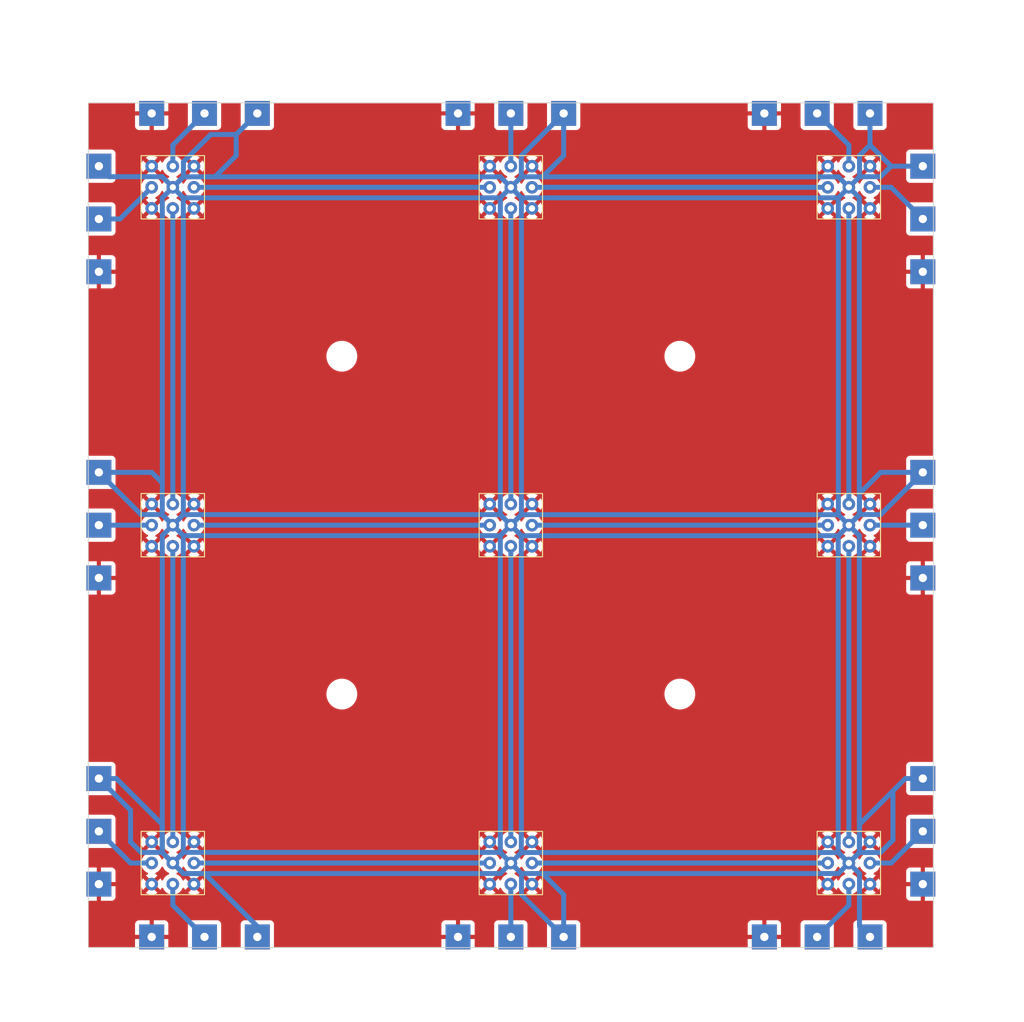
<source format=kicad_pcb>
(kicad_pcb (version 20221018) (generator pcbnew)
  (layers (0 "F.Cu" signal) (31 "B.Cu" signal) (34 "B.Paste" user) (35 "F.Paste" user) (36 "B.SilkS" user "B.Silkscreen") (37 "F.SilkS" user "F.Silkscreen") (38 "B.Mask" user) (39 "F.Mask" user) (44 "Edge.Cuts" user))
  (net 0 "")
  (net 1 "Net-(U3-SIG_E)")
  (net 2 "Net-(U1-SIG_E)")
  (net 3 "Net-(U1-SIG_S)")
  (net 4 "Net-(U6-SIG_E)")
  (net 5 "+3V3")
  (net 6 "GND")
  (net 7 "Net-(U9-SIG_E)")
  (net 8 "Net-(U2-SIG_E)")
  (net 9 "Net-(U2-SIG_S)")
  (net 10 "Net-(U9-SIG_S)")
  (net 11 "Net-(U8-SIG_S)")
  (net 12 "Net-(U3-SIG_S)")
  (net 13 "Net-(U4-SIG_E)")
  (net 14 "Net-(U4-SIG_S)")
  (net 15 "Net-(U7-SIG_S)")
  (net 16 "Net-(U5-SIG_E)")
  (net 17 "Net-(U5-SIG_S)")
  (net 18 "Net-(U7-SIG_W)")
  (net 19 "Net-(U6-SIG_S)")
  (net 20 "Net-(U7-SIG_E)")
  (net 21 "Net-(U4-SIG_W)")
  (net 22 "Net-(U1-SIG_W)")
  (net 23 "Net-(U8-SIG_E)")
  (net 24 "Net-(U1-SIG_N)")
  (net 25 "Net-(U2-SIG_N)")
  (net 26 "Net-(U3-SIG_N)")
  (footprint "connectors:edge_pad" (layer "F.Cu") (at 201.93 144.78)
    (fp_text reference "TP9" hide)
    (fp_text value "TestPoint" hide)
    (pad "1" thru_hole rect (at 0 0) (size 3 3) (drill 1) (layers "*.Cu" "*.Mask") (net 6 "GND"))
  )
  (footprint "connectors:3x3conn" (layer "F.Cu") (at 193.04 142.24)
    (fp_text reference "U9" hide)
    (fp_text value "~" hide)
    (fp_rect (start -3.81 -3.81) (end 3.81 3.81) (stroke (width 0.12)) (fill none) (layer "F.SilkS"))
    (pad "1" thru_hole circle (at 0 -2.54) (size 1.524 1.524) (drill 0.762) (layers "*.Cu" "*.Mask") (net 19 "Net-(U6-SIG_S)"))
    (pad "2" thru_hole circle (at 2.54 0) (size 1.524 1.524) (drill 0.762) (layers "*.Cu" "*.Mask") (net 7 "Net-(U9-SIG_E)"))
    (pad "3" thru_hole circle (at 0 2.54) (size 1.524 1.524) (drill 0.762) (layers "*.Cu" "*.Mask") (net 10 "Net-(U9-SIG_S)"))
    (pad "4" thru_hole circle (at -2.54 0) (size 1.524 1.524) (drill 0.762) (layers "*.Cu" "*.Mask") (net 23 "Net-(U8-SIG_E)"))
    (pad "5" thru_hole circle (at 0 0) (size 1.524 1.524) (drill 0.762) (layers "*.Cu" "*.Mask") (net 5 "+3V3"))
    (pad "6" thru_hole circle (at -2.54 -2.54) (size 1.524 1.524) (drill 0.762) (layers "*.Cu" "*.Mask") (net 6 "GND"))
    (pad "6" thru_hole circle (at -2.54 2.54) (size 1.524 1.524) (drill 0.762) (layers "*.Cu" "*.Mask") (net 6 "GND"))
    (pad "6" thru_hole circle (at 2.54 -2.54) (size 1.524 1.524) (drill 0.762) (layers "*.Cu" "*.Mask") (net 6 "GND"))
    (pad "6" thru_hole circle (at 2.54 2.54) (size 1.524 1.524) (drill 0.762) (layers "*.Cu" "*.Mask") (net 6 "GND"))
  )
  (footprint "connectors:edge_pad" (layer "F.Cu") (at 189.23 52.07)
    (fp_text reference "TP35" hide)
    (fp_text value "TestPoint" hide)
    (pad "1" thru_hole rect (at 0 0) (size 3 3) (drill 1) (layers "*.Cu" "*.Mask") (net 26 "Net-(U3-SIG_N)"))
  )
  (footprint "connectors:edge_pad" (layer "F.Cu") (at 189.23 151.13)
    (fp_text reference "TP11" hide)
    (fp_text value "TestPoint" hide)
    (pad "1" thru_hole rect (at 0 0) (size 3 3) (drill 1) (layers "*.Cu" "*.Mask") (net 10 "Net-(U9-SIG_S)"))
  )
  (footprint "MountingHole:MountingHole_3.2mm_M3" (layer "F.Cu") (at 132.08 121.92)
    (fp_text reference "REF**" hide)
    (fp_text value "MountingHole_3.2mm_M3")
    (pad "" np_thru_hole circle (at 0 0) (size 3.2 3.2) (drill 3.2) (layers "*.Cu" "*.Mask"))
  )
  (footprint "connectors:3x3conn" (layer "F.Cu") (at 152.4 101.6)
    (fp_text reference "U5" hide)
    (fp_text value "~" hide)
    (fp_rect (start -3.81 -3.81) (end 3.81 3.81) (stroke (width 0.12)) (fill none) (layer "F.SilkS"))
    (pad "1" thru_hole circle (at 0 -2.54) (size 1.524 1.524) (drill 0.762) (layers "*.Cu" "*.Mask") (net 9 "Net-(U2-SIG_S)"))
    (pad "2" thru_hole circle (at 2.54 0) (size 1.524 1.524) (drill 0.762) (layers "*.Cu" "*.Mask") (net 16 "Net-(U5-SIG_E)"))
    (pad "3" thru_hole circle (at 0 2.54) (size 1.524 1.524) (drill 0.762) (layers "*.Cu" "*.Mask") (net 17 "Net-(U5-SIG_S)"))
    (pad "4" thru_hole circle (at -2.54 0) (size 1.524 1.524) (drill 0.762) (layers "*.Cu" "*.Mask") (net 13 "Net-(U4-SIG_E)"))
    (pad "5" thru_hole circle (at 0 0) (size 1.524 1.524) (drill 0.762) (layers "*.Cu" "*.Mask") (net 5 "+3V3"))
    (pad "6" thru_hole circle (at -2.54 -2.54) (size 1.524 1.524) (drill 0.762) (layers "*.Cu" "*.Mask") (net 6 "GND"))
    (pad "6" thru_hole circle (at -2.54 2.54) (size 1.524 1.524) (drill 0.762) (layers "*.Cu" "*.Mask") (net 6 "GND"))
    (pad "6" thru_hole circle (at 2.54 -2.54) (size 1.524 1.524) (drill 0.762) (layers "*.Cu" "*.Mask") (net 6 "GND"))
    (pad "6" thru_hole circle (at 2.54 2.54) (size 1.524 1.524) (drill 0.762) (layers "*.Cu" "*.Mask") (net 6 "GND"))
  )
  (footprint "MountingHole:MountingHole_3.2mm_M3" (layer "F.Cu") (at 172.72 121.92)
    (fp_text reference "REF**" hide)
    (fp_text value "MountingHole_3.2mm_M3")
    (pad "" np_thru_hole circle (at 0 0) (size 3.2 3.2) (drill 3.2) (layers "*.Cu" "*.Mask"))
  )
  (footprint "connectors:3x3conn" (layer "F.Cu") (at 111.76 60.96)
    (fp_text reference "U1" hide)
    (fp_text value "~" hide)
    (fp_rect (start -3.81 -3.81) (end 3.81 3.81) (stroke (width 0.12)) (fill none) (layer "F.SilkS"))
    (pad "1" thru_hole circle (at 0 -2.54) (size 1.524 1.524) (drill 0.762) (layers "*.Cu" "*.Mask") (net 24 "Net-(U1-SIG_N)"))
    (pad "2" thru_hole circle (at 2.54 0) (size 1.524 1.524) (drill 0.762) (layers "*.Cu" "*.Mask") (net 2 "Net-(U1-SIG_E)"))
    (pad "3" thru_hole circle (at 0 2.54) (size 1.524 1.524) (drill 0.762) (layers "*.Cu" "*.Mask") (net 3 "Net-(U1-SIG_S)"))
    (pad "4" thru_hole circle (at -2.54 0) (size 1.524 1.524) (drill 0.762) (layers "*.Cu" "*.Mask") (net 22 "Net-(U1-SIG_W)"))
    (pad "5" thru_hole circle (at 0 0) (size 1.524 1.524) (drill 0.762) (layers "*.Cu" "*.Mask") (net 5 "+3V3"))
    (pad "6" thru_hole circle (at -2.54 -2.54) (size 1.524 1.524) (drill 0.762) (layers "*.Cu" "*.Mask") (net 6 "GND"))
    (pad "6" thru_hole circle (at -2.54 2.54) (size 1.524 1.524) (drill 0.762) (layers "*.Cu" "*.Mask") (net 6 "GND"))
    (pad "6" thru_hole circle (at 2.54 -2.54) (size 1.524 1.524) (drill 0.762) (layers "*.Cu" "*.Mask") (net 6 "GND"))
    (pad "6" thru_hole circle (at 2.54 2.54) (size 1.524 1.524) (drill 0.762) (layers "*.Cu" "*.Mask") (net 6 "GND"))
  )
  (footprint "connectors:edge_pad" (layer "F.Cu") (at 201.93 101.6)
    (fp_text reference "TP5" hide)
    (fp_text value "TestPoint" hide)
    (pad "1" thru_hole rect (at 0 0) (size 3 3) (drill 1) (layers "*.Cu" "*.Mask") (net 4 "Net-(U6-SIG_E)"))
  )
  (footprint "connectors:edge_pad" (layer "F.Cu") (at 102.87 71.12)
    (fp_text reference "TP25" hide)
    (fp_text value "TestPoint" hide)
    (pad "1" thru_hole rect (at 0 0) (size 3 3) (drill 1) (layers "*.Cu" "*.Mask") (net 6 "GND"))
  )
  (footprint "connectors:edge_pad" (layer "F.Cu") (at 201.93 95.25)
    (fp_text reference "TP4" hide)
    (fp_text value "TestPoint" hide)
    (pad "1" thru_hole rect (at 0 0) (size 3 3) (drill 1) (layers "*.Cu" "*.Mask") (net 5 "+3V3"))
  )
  (footprint "connectors:3x3conn" (layer "F.Cu") (at 111.76 101.6)
    (fp_text reference "U4" hide)
    (fp_text value "~" hide)
    (fp_rect (start -3.81 -3.81) (end 3.81 3.81) (stroke (width 0.12)) (fill none) (layer "F.SilkS"))
    (pad "1" thru_hole circle (at 0 -2.54) (size 1.524 1.524) (drill 0.762) (layers "*.Cu" "*.Mask") (net 3 "Net-(U1-SIG_S)"))
    (pad "2" thru_hole circle (at 2.54 0) (size 1.524 1.524) (drill 0.762) (layers "*.Cu" "*.Mask") (net 13 "Net-(U4-SIG_E)"))
    (pad "3" thru_hole circle (at 0 2.54) (size 1.524 1.524) (drill 0.762) (layers "*.Cu" "*.Mask") (net 14 "Net-(U4-SIG_S)"))
    (pad "4" thru_hole circle (at -2.54 0) (size 1.524 1.524) (drill 0.762) (layers "*.Cu" "*.Mask") (net 21 "Net-(U4-SIG_W)"))
    (pad "5" thru_hole circle (at 0 0) (size 1.524 1.524) (drill 0.762) (layers "*.Cu" "*.Mask") (net 5 "+3V3"))
    (pad "6" thru_hole circle (at -2.54 -2.54) (size 1.524 1.524) (drill 0.762) (layers "*.Cu" "*.Mask") (net 6 "GND"))
    (pad "6" thru_hole circle (at -2.54 2.54) (size 1.524 1.524) (drill 0.762) (layers "*.Cu" "*.Mask") (net 6 "GND"))
    (pad "6" thru_hole circle (at 2.54 -2.54) (size 1.524 1.524) (drill 0.762) (layers "*.Cu" "*.Mask") (net 6 "GND"))
    (pad "6" thru_hole circle (at 2.54 2.54) (size 1.524 1.524) (drill 0.762) (layers "*.Cu" "*.Mask") (net 6 "GND"))
  )
  (footprint "connectors:edge_pad" (layer "F.Cu") (at 102.87 138.43)
    (fp_text reference "TP20" hide)
    (fp_text value "TestPoint" hide)
    (pad "1" thru_hole rect (at 0 0) (size 3 3) (drill 1) (layers "*.Cu" "*.Mask") (net 18 "Net-(U7-SIG_W)"))
  )
  (footprint "connectors:3x3conn" (layer "F.Cu") (at 152.4 142.24)
    (fp_text reference "U8" hide)
    (fp_text value "~" hide)
    (fp_rect (start -3.81 -3.81) (end 3.81 3.81) (stroke (width 0.12)) (fill none) (layer "F.SilkS"))
    (pad "1" thru_hole circle (at 0 -2.54) (size 1.524 1.524) (drill 0.762) (layers "*.Cu" "*.Mask") (net 17 "Net-(U5-SIG_S)"))
    (pad "2" thru_hole circle (at 2.54 0) (size 1.524 1.524) (drill 0.762) (layers "*.Cu" "*.Mask") (net 23 "Net-(U8-SIG_E)"))
    (pad "3" thru_hole circle (at 0 2.54) (size 1.524 1.524) (drill 0.762) (layers "*.Cu" "*.Mask") (net 11 "Net-(U8-SIG_S)"))
    (pad "4" thru_hole circle (at -2.54 0) (size 1.524 1.524) (drill 0.762) (layers "*.Cu" "*.Mask") (net 20 "Net-(U7-SIG_E)"))
    (pad "5" thru_hole circle (at 0 0) (size 1.524 1.524) (drill 0.762) (layers "*.Cu" "*.Mask") (net 5 "+3V3"))
    (pad "6" thru_hole circle (at -2.54 -2.54) (size 1.524 1.524) (drill 0.762) (layers "*.Cu" "*.Mask") (net 6 "GND"))
    (pad "6" thru_hole circle (at -2.54 2.54) (size 1.524 1.524) (drill 0.762) (layers "*.Cu" "*.Mask") (net 6 "GND"))
    (pad "6" thru_hole circle (at 2.54 -2.54) (size 1.524 1.524) (drill 0.762) (layers "*.Cu" "*.Mask") (net 6 "GND"))
    (pad "6" thru_hole circle (at 2.54 2.54) (size 1.524 1.524) (drill 0.762) (layers "*.Cu" "*.Mask") (net 6 "GND"))
  )
  (footprint "connectors:edge_pad" (layer "F.Cu") (at 102.87 64.77)
    (fp_text reference "TP26" hide)
    (fp_text value "TestPoint" hide)
    (pad "1" thru_hole rect (at 0 0) (size 3 3) (drill 1) (layers "*.Cu" "*.Mask") (net 22 "Net-(U1-SIG_W)"))
  )
  (footprint "connectors:edge_pad" (layer "F.Cu") (at 146.05 52.07)
    (fp_text reference "TP31" hide)
    (fp_text value "TestPoint" hide)
    (pad "1" thru_hole rect (at 0 0) (size 3 3) (drill 1) (layers "*.Cu" "*.Mask") (net 6 "GND"))
  )
  (footprint "MountingHole:MountingHole_3.2mm_M3" (layer "F.Cu") (at 132.08 81.28)
    (fp_text reference "REF**" hide)
    (fp_text value "MountingHole_3.2mm_M3")
    (pad "" np_thru_hole circle (at 0 0) (size 3.2 3.2) (drill 3.2) (layers "*.Cu" "*.Mask"))
  )
  (footprint "connectors:3x3conn" (layer "F.Cu") (at 193.04 60.96)
    (fp_text reference "U3" hide)
    (fp_text value "~" hide)
    (fp_rect (start -3.81 -3.81) (end 3.81 3.81) (stroke (width 0.12)) (fill none) (layer "F.SilkS"))
    (pad "1" thru_hole circle (at 0 -2.54) (size 1.524 1.524) (drill 0.762) (layers "*.Cu" "*.Mask") (net 26 "Net-(U3-SIG_N)"))
    (pad "2" thru_hole circle (at 2.54 0) (size 1.524 1.524) (drill 0.762) (layers "*.Cu" "*.Mask") (net 1 "Net-(U3-SIG_E)"))
    (pad "3" thru_hole circle (at 0 2.54) (size 1.524 1.524) (drill 0.762) (layers "*.Cu" "*.Mask") (net 12 "Net-(U3-SIG_S)"))
    (pad "4" thru_hole circle (at -2.54 0) (size 1.524 1.524) (drill 0.762) (layers "*.Cu" "*.Mask") (net 8 "Net-(U2-SIG_E)"))
    (pad "5" thru_hole circle (at 0 0) (size 1.524 1.524) (drill 0.762) (layers "*.Cu" "*.Mask") (net 5 "+3V3"))
    (pad "6" thru_hole circle (at -2.54 -2.54) (size 1.524 1.524) (drill 0.762) (layers "*.Cu" "*.Mask") (net 6 "GND"))
    (pad "6" thru_hole circle (at -2.54 2.54) (size 1.524 1.524) (drill 0.762) (layers "*.Cu" "*.Mask") (net 6 "GND"))
    (pad "6" thru_hole circle (at 2.54 -2.54) (size 1.524 1.524) (drill 0.762) (layers "*.Cu" "*.Mask") (net 6 "GND"))
    (pad "6" thru_hole circle (at 2.54 2.54) (size 1.524 1.524) (drill 0.762) (layers "*.Cu" "*.Mask") (net 6 "GND"))
  )
  (footprint "connectors:3x3conn" (layer "F.Cu") (at 152.4 60.96)
    (fp_text reference "U2" hide)
    (fp_text value "~" hide)
    (fp_rect (start -3.81 -3.81) (end 3.81 3.81) (stroke (width 0.12)) (fill none) (layer "F.SilkS"))
    (pad "1" thru_hole circle (at 0 -2.54) (size 1.524 1.524) (drill 0.762) (layers "*.Cu" "*.Mask") (net 25 "Net-(U2-SIG_N)"))
    (pad "2" thru_hole circle (at 2.54 0) (size 1.524 1.524) (drill 0.762) (layers "*.Cu" "*.Mask") (net 8 "Net-(U2-SIG_E)"))
    (pad "3" thru_hole circle (at 0 2.54) (size 1.524 1.524) (drill 0.762) (layers "*.Cu" "*.Mask") (net 9 "Net-(U2-SIG_S)"))
    (pad "4" thru_hole circle (at -2.54 0) (size 1.524 1.524) (drill 0.762) (layers "*.Cu" "*.Mask") (net 2 "Net-(U1-SIG_E)"))
    (pad "5" thru_hole circle (at 0 0) (size 1.524 1.524) (drill 0.762) (layers "*.Cu" "*.Mask") (net 5 "+3V3"))
    (pad "6" thru_hole circle (at -2.54 -2.54) (size 1.524 1.524) (drill 0.762) (layers "*.Cu" "*.Mask") (net 6 "GND"))
    (pad "6" thru_hole circle (at -2.54 2.54) (size 1.524 1.524) (drill 0.762) (layers "*.Cu" "*.Mask") (net 6 "GND"))
    (pad "6" thru_hole circle (at 2.54 -2.54) (size 1.524 1.524) (drill 0.762) (layers "*.Cu" "*.Mask") (net 6 "GND"))
    (pad "6" thru_hole circle (at 2.54 2.54) (size 1.524 1.524) (drill 0.762) (layers "*.Cu" "*.Mask") (net 6 "GND"))
  )
  (footprint "connectors:edge_pad" (layer "F.Cu") (at 121.92 151.13)
    (fp_text reference "TP16" hide)
    (fp_text value "TestPoint" hide)
    (pad "1" thru_hole rect (at 0 0) (size 3 3) (drill 1) (layers "*.Cu" "*.Mask") (net 5 "+3V3"))
  )
  (footprint "connectors:edge_pad" (layer "F.Cu") (at 102.87 58.42)
    (fp_text reference "TP27" hide)
    (fp_text value "TestPoint" hide)
    (pad "1" thru_hole rect (at 0 0) (size 3 3) (drill 1) (layers "*.Cu" "*.Mask") (net 5 "+3V3"))
  )
  (footprint "connectors:edge_pad" (layer "F.Cu") (at 115.57 151.13)
    (fp_text reference "TP17" hide)
    (fp_text value "TestPoint" hide)
    (pad "1" thru_hole rect (at 0 0) (size 3 3) (drill 1) (layers "*.Cu" "*.Mask") (net 15 "Net-(U7-SIG_S)"))
  )
  (footprint "connectors:edge_pad" (layer "F.Cu") (at 201.93 138.43)
    (fp_text reference "TP8" hide)
    (fp_text value "TestPoint" hide)
    (pad "1" thru_hole rect (at 0 0) (size 3 3) (drill 1) (layers "*.Cu" "*.Mask") (net 7 "Net-(U9-SIG_E)"))
  )
  (footprint "connectors:edge_pad" (layer "F.Cu") (at 201.93 132.08)
    (fp_text reference "TP7" hide)
    (fp_text value "TestPoint" hide)
    (pad "1" thru_hole rect (at 0 0) (size 3 3) (drill 1) (layers "*.Cu" "*.Mask") (net 5 "+3V3"))
  )
  (footprint "connectors:edge_pad" (layer "F.Cu") (at 102.87 144.78)
    (fp_text reference "TP19" hide)
    (fp_text value "TestPoint" hide)
    (pad "1" thru_hole rect (at 0 0) (size 3 3) (drill 1) (layers "*.Cu" "*.Mask") (net 6 "GND"))
  )
  (footprint "connectors:edge_pad" (layer "F.Cu") (at 109.22 151.13)
    (fp_text reference "TP18" hide)
    (fp_text value "TestPoint" hide)
    (pad "1" thru_hole rect (at 0 0) (size 3 3) (drill 1) (layers "*.Cu" "*.Mask") (net 6 "GND"))
  )
  (footprint "connectors:edge_pad" (layer "F.Cu") (at 182.88 52.07)
    (fp_text reference "TP34" hide)
    (fp_text value "TestPoint" hide)
    (pad "1" thru_hole rect (at 0 0) (size 3 3) (drill 1) (layers "*.Cu" "*.Mask") (net 6 "GND"))
  )
  (footprint "connectors:edge_pad" (layer "F.Cu") (at 201.93 107.95)
    (fp_text reference "TP6" hide)
    (fp_text value "TestPoint" hide)
    (pad "1" thru_hole rect (at 0 0) (size 3 3) (drill 1) (layers "*.Cu" "*.Mask") (net 6 "GND"))
  )
  (footprint "connectors:edge_pad" (layer "F.Cu") (at 182.88 151.13)
    (fp_text reference "TP12" hide)
    (fp_text value "TestPoint" hide)
    (pad "1" thru_hole rect (at 0 0) (size 3 3) (drill 1) (layers "*.Cu" "*.Mask") (net 6 "GND"))
  )
  (footprint "MountingHole:MountingHole_3.2mm_M3" (layer "F.Cu") (at 172.72 81.28)
    (fp_text reference "REF**" hide)
    (fp_text value "MountingHole_3.2mm_M3")
    (pad "" np_thru_hole circle (at 0 0) (size 3.2 3.2) (drill 3.2) (layers "*.Cu" "*.Mask"))
  )
  (footprint "connectors:edge_pad" (layer "F.Cu") (at 201.93 64.77)
    (fp_text reference "TP2" hide)
    (fp_text value "TestPoint" hide)
    (pad "1" thru_hole rect (at 0 0) (size 3 3) (drill 1) (layers "*.Cu" "*.Mask") (net 1 "Net-(U3-SIG_E)"))
  )
  (footprint "connectors:edge_pad" (layer "F.Cu") (at 146.05 151.13)
    (fp_text reference "TP15" hide)
    (fp_text value "TestPoint" hide)
    (pad "1" thru_hole rect (at 0 0) (size 3 3) (drill 1) (layers "*.Cu" "*.Mask") (net 6 "GND"))
  )
  (footprint "connectors:edge_pad" (layer "F.Cu") (at 152.4 52.07)
    (fp_text reference "TP32" hide)
    (fp_text value "TestPoint" hide)
    (pad "1" thru_hole rect (at 0 0) (size 3 3) (drill 1) (layers "*.Cu" "*.Mask") (net 25 "Net-(U2-SIG_N)"))
  )
  (footprint "connectors:edge_pad" (layer "F.Cu") (at 121.92 52.07)
    (fp_text reference "TP30" hide)
    (fp_text value "TestPoint" hide)
    (pad "1" thru_hole rect (at 0 0) (size 3 3) (drill 1) (layers "*.Cu" "*.Mask") (net 5 "+3V3"))
  )
  (footprint "connectors:edge_pad" (layer "F.Cu") (at 195.58 151.13)
    (fp_text reference "TP10" hide)
    (fp_text value "TestPoint" hide)
    (pad "1" thru_hole rect (at 0 0) (size 3 3) (drill 1) (layers "*.Cu" "*.Mask") (net 5 "+3V3"))
  )
  (footprint "connectors:3x3conn" (layer "F.Cu") (at 111.76 142.24)
    (fp_text reference "U7" hide)
    (fp_text value "~" hide)
    (fp_rect (start -3.81 -3.81) (end 3.81 3.81) (stroke (width 0.12)) (fill none) (layer "F.SilkS"))
    (pad "1" thru_hole circle (at 0 -2.54) (size 1.524 1.524) (drill 0.762) (layers "*.Cu" "*.Mask") (net 14 "Net-(U4-SIG_S)"))
    (pad "2" thru_hole circle (at 2.54 0) (size 1.524 1.524) (drill 0.762) (layers "*.Cu" "*.Mask") (net 20 "Net-(U7-SIG_E)"))
    (pad "3" thru_hole circle (at 0 2.54) (size 1.524 1.524) (drill 0.762) (layers "*.Cu" "*.Mask") (net 15 "Net-(U7-SIG_S)"))
    (pad "4" thru_hole circle (at -2.54 0) (size 1.524 1.524) (drill 0.762) (layers "*.Cu" "*.Mask") (net 18 "Net-(U7-SIG_W)"))
    (pad "5" thru_hole circle (at 0 0) (size 1.524 1.524) (drill 0.762) (layers "*.Cu" "*.Mask") (net 5 "+3V3"))
    (pad "6" thru_hole circle (at -2.54 -2.54) (size 1.524 1.524) (drill 0.762) (layers "*.Cu" "*.Mask") (net 6 "GND"))
    (pad "6" thru_hole circle (at -2.54 2.54) (size 1.524 1.524) (drill 0.762) (layers "*.Cu" "*.Mask") (net 6 "GND"))
    (pad "6" thru_hole circle (at 2.54 -2.54) (size 1.524 1.524) (drill 0.762) (layers "*.Cu" "*.Mask") (net 6 "GND"))
    (pad "6" thru_hole circle (at 2.54 2.54) (size 1.524 1.524) (drill 0.762) (layers "*.Cu" "*.Mask") (net 6 "GND"))
  )
  (footprint "connectors:edge_pad" (layer "F.Cu") (at 115.57 52.07)
    (fp_text reference "TP29" hide)
    (fp_text value "TestPoint" hide)
    (pad "1" thru_hole rect (at 0 0) (size 3 3) (drill 1) (layers "*.Cu" "*.Mask") (net 24 "Net-(U1-SIG_N)"))
  )
  (footprint "connectors:3x3conn" (layer "F.Cu") (at 193.04 101.6)
    (fp_text reference "U6" hide)
    (fp_text value "~" hide)
    (fp_rect (start -3.81 -3.81) (end 3.81 3.81) (stroke (width 0.12)) (fill none) (layer "F.SilkS"))
    (pad "1" thru_hole circle (at 0 -2.54) (size 1.524 1.524) (drill 0.762) (layers "*.Cu" "*.Mask") (net 12 "Net-(U3-SIG_S)"))
    (pad "2" thru_hole circle (at 2.54 0) (size 1.524 1.524) (drill 0.762) (layers "*.Cu" "*.Mask") (net 4 "Net-(U6-SIG_E)"))
    (pad "3" thru_hole circle (at 0 2.54) (size 1.524 1.524) (drill 0.762) (layers "*.Cu" "*.Mask") (net 19 "Net-(U6-SIG_S)"))
    (pad "4" thru_hole circle (at -2.54 0) (size 1.524 1.524) (drill 0.762) (layers "*.Cu" "*.Mask") (net 16 "Net-(U5-SIG_E)"))
    (pad "5" thru_hole circle (at 0 0) (size 1.524 1.524) (drill 0.762) (layers "*.Cu" "*.Mask") (net 5 "+3V3"))
    (pad "6" thru_hole circle (at -2.54 -2.54) (size 1.524 1.524) (drill 0.762) (layers "*.Cu" "*.Mask") (net 6 "GND"))
    (pad "6" thru_hole circle (at -2.54 2.54) (size 1.524 1.524) (drill 0.762) (layers "*.Cu" "*.Mask") (net 6 "GND"))
    (pad "6" thru_hole circle (at 2.54 -2.54) (size 1.524 1.524) (drill 0.762) (layers "*.Cu" "*.Mask") (net 6 "GND"))
    (pad "6" thru_hole circle (at 2.54 2.54) (size 1.524 1.524) (drill 0.762) (layers "*.Cu" "*.Mask") (net 6 "GND"))
  )
  (footprint "connectors:edge_pad" (layer "F.Cu") (at 195.58 52.07)
    (fp_text reference "TP36" hide)
    (fp_text value "TestPoint" hide)
    (pad "1" thru_hole rect (at 0 0) (size 3 3) (drill 1) (layers "*.Cu" "*.Mask") (net 5 "+3V3"))
  )
  (footprint "connectors:edge_pad" (layer "F.Cu") (at 109.22 52.07)
    (fp_text reference "TP28" hide)
    (fp_text value "TestPoint" hide)
    (pad "1" thru_hole rect (at 0 0) (size 3 3) (drill 1) (layers "*.Cu" "*.Mask") (net 6 "GND"))
  )
  (footprint "connectors:edge_pad" (layer "F.Cu") (at 152.4 151.13)
    (fp_text reference "TP14" hide)
    (fp_text value "TestPoint" hide)
    (pad "1" thru_hole rect (at 0 0) (size 3 3) (drill 1) (layers "*.Cu" "*.Mask") (net 11 "Net-(U8-SIG_S)"))
  )
  (footprint "connectors:edge_pad" (layer "F.Cu") (at 201.93 58.42)
    (fp_text reference "TP1" hide)
    (fp_text value "TestPoint" hide)
    (pad "1" thru_hole rect (at 0 0) (size 3 3) (drill 1) (layers "*.Cu" "*.Mask") (net 5 "+3V3"))
  )
  (footprint "connectors:edge_pad" (layer "F.Cu") (at 102.87 107.95)
    (fp_text reference "TP22" hide)
    (fp_text value "TestPoint" hide)
    (pad "1" thru_hole rect (at 0 0) (size 3 3) (drill 1) (layers "*.Cu" "*.Mask") (net 6 "GND"))
  )
  (footprint "connectors:edge_pad" (layer "F.Cu") (at 158.75 52.07)
    (fp_text reference "TP33" hide)
    (fp_text value "TestPoint" hide)
    (pad "1" thru_hole rect (at 0 0) (size 3 3) (drill 1) (layers "*.Cu" "*.Mask") (net 5 "+3V3"))
  )
  (footprint "connectors:edge_pad" (layer "F.Cu") (at 102.87 95.25)
    (fp_text reference "TP24" hide)
    (fp_text value "TestPoint" hide)
    (pad "1" thru_hole rect (at 0 0) (size 3 3) (drill 1) (layers "*.Cu" "*.Mask") (net 5 "+3V3"))
  )
  (footprint "connectors:edge_pad" (layer "F.Cu") (at 158.75 151.13)
    (fp_text reference "TP13" hide)
    (fp_text value "TestPoint" hide)
    (pad "1" thru_hole rect (at 0 0) (size 3 3) (drill 1) (layers "*.Cu" "*.Mask") (net 5 "+3V3"))
  )
  (footprint "connectors:edge_pad" (layer "F.Cu") (at 102.87 101.6)
    (fp_text reference "TP23" hide)
    (fp_text value "TestPoint" hide)
    (pad "1" thru_hole rect (at 0 0) (size 3 3) (drill 1) (layers "*.Cu" "*.Mask") (net 21 "Net-(U4-SIG_W)"))
  )
  (footprint "connectors:edge_pad" (layer "F.Cu") (at 102.87 132.08)
    (fp_text reference "TP21" hide)
    (fp_text value "TestPoint" hide)
    (pad "1" thru_hole rect (at 0 0) (size 3 3) (drill 1) (layers "*.Cu" "*.Mask") (net 5 "+3V3"))
  )
  (footprint "connectors:edge_pad" (layer "F.Cu") (at 201.93 71.12)
    (fp_text reference "TP3" hide)
    (fp_text value "TestPoint" hide)
    (pad "1" thru_hole rect (at 0 0) (size 3 3) (drill 1) (layers "*.Cu" "*.Mask") (net 6 "GND"))
  )
  (gr_rect (start 101.6 50.8) (end 203.2 152.4) (stroke (width 0.1)) (fill none) (layer "Edge.Cuts"))
  (segment (start 195.58 60.96) (end 198.12 60.96) (width 0.6) (layer "B.Cu") (net 1))
  (segment (start 198.12 60.96) (end 201.93 64.77) (width 0.6) (layer "B.Cu") (net 1))
  (segment (start 114.3 60.96) (end 149.86 60.96) (width 0.6) (layer "B.Cu") (net 2))
  (segment (start 111.76 99.06) (end 111.76 63.5) (width 0.6) (layer "B.Cu") (net 3))
  (segment (start 195.58 101.6) (end 201.93 101.6) (width 0.6) (layer "B.Cu") (net 4))
  (segment (start 113.022 143.502) (end 151.138 143.502) (width 0.6) (layer "B.Cu") (net 5))
  (segment (start 193.04 60.96) (end 191.778 62.222) (width 0.6) (layer "B.Cu") (net 5))
  (segment (start 191.778 59.698) (end 193.04 60.96) (width 0.6) (layer "B.Cu") (net 5))
  (segment (start 196.842 140.978) (end 198.34 139.48) (width 0.6) (layer "B.Cu") (net 5))
  (segment (start 191.762 102.878) (end 193.04 101.6) (width 0.6) (layer "B.Cu") (net 5))
  (segment (start 110.482 137.592) (end 104.97 132.08) (width 0.6) (layer "B.Cu") (net 5))
  (segment (start 191.762 140.962) (end 191.762 102.878) (width 0.6) (layer "B.Cu") (net 5))
  (segment (start 194.318 149.868) (end 195.58 151.13) (width 0.6) (layer "B.Cu") (net 5))
  (segment (start 113.022 140.978) (end 113.022 102.862) (width 0.6) (layer "B.Cu") (net 5))
  (segment (start 113.022 62.222) (end 113.022 100.338) (width 0.6) (layer "B.Cu") (net 5))
  (segment (start 111.76 142.24) (end 113.022 140.978) (width 0.6) (layer "B.Cu") (net 5))
  (segment (start 151.138 102.862) (end 113.022 102.862) (width 0.6) (layer "B.Cu") (net 5))
  (segment (start 195.58 55.88) (end 195.58 52.07) (width 0.6) (layer "B.Cu") (net 5))
  (segment (start 152.4 60.96) (end 153.67 62.23) (width 0.6) (layer "B.Cu") (net 5))
  (segment (start 194.318 59.682) (end 194.318 57.142) (width 0.6) (layer "B.Cu") (net 5))
  (segment (start 158.75 52.07) (end 158.75 57.158) (width 0.6) (layer "B.Cu") (net 5))
  (segment (start 196.858 59.682) (end 198.12 58.42) (width 0.6) (layer "B.Cu") (net 5))
  (segment (start 152.4 60.96) (end 153.662 59.698) (width 0.6) (layer "B.Cu") (net 5))
  (segment (start 111.76 101.6) (end 110.498 100.338) (width 0.6) (layer "B.Cu") (net 5))
  (segment (start 110.482 100.322) (end 107.942 100.322) (width 0.6) (layer "B.Cu") (net 5))
  (segment (start 115.578 143.518) (end 121.92 149.86) (width 0.6) (layer "B.Cu") (net 5))
  (segment (start 111.76 142.24) (end 113.038 143.518) (width 0.6) (layer "B.Cu") (net 5))
  (segment (start 104.132 59.682) (end 102.87 58.42) (width 0.6) (layer "B.Cu") (net 5))
  (segment (start 199.83 132.08) (end 201.93 132.08) (width 0.6) (layer "B.Cu") (net 5))
  (segment (start 193.04 101.6) (end 194.302 100.338) (width 0.6) (layer "B.Cu") (net 5))
  (segment (start 110.498 100.338) (end 110.498 96.52) (width 0.6) (layer "B.Cu") (net 5))
  (segment (start 158.75 146.042) (end 156.21 143.502) (width 0.6) (layer "B.Cu") (net 5))
  (segment (start 194.302 62.222) (end 193.04 60.96) (width 0.6) (layer "B.Cu") (net 5))
  (segment (start 111.76 60.96) (end 113.022 59.698) (width 0.6) (layer "B.Cu") (net 5))
  (segment (start 193.04 101.6) (end 194.318 100.322) (width 0.6) (layer "B.Cu") (net 5))
  (segment (start 104.97 132.08) (end 102.87 132.08) (width 0.6) (layer "B.Cu") (net 5))
  (segment (start 153.662 100.338) (end 191.778 100.338) (width 0.6) (layer "B.Cu") (net 5))
  (segment (start 119.38 57.15) (end 119.38 54.61) (width 0.6) (layer "B.Cu") (net 5))
  (segment (start 110.498 140.978) (end 111.76 142.24) (width 0.6) (layer "B.Cu") (net 5))
  (segment (start 193.04 60.96) (end 194.318 59.682) (width 0.6) (layer "B.Cu") (net 5))
  (segment (start 152.4 101.6) (end 153.67 102.87) (width 0.6) (layer "B.Cu") (net 5))
  (segment (start 152.4 142.24) (end 151.122 140.962) (width 0.6) (layer "B.Cu") (net 5))
  (segment (start 151.138 102.862) (end 152.4 101.6) (width 0.6) (layer "B.Cu") (net 5))
  (segment (start 113.022 59.698) (end 115.57 59.698) (width 0.6) (layer "B.Cu") (net 5))
  (segment (start 153.662 143.502) (end 152.4 142.24) (width 0.6) (layer "B.Cu") (net 5))
  (segment (start 115.57 59.698) (end 116.832 59.698) (width 0.6) (layer "B.Cu") (net 5))
  (segment (start 193.04 101.6) (end 194.302 102.862) (width 0.6) (layer "B.Cu") (net 5))
  (segment (start 106.68 135.89) (end 106.68 139.7) (width 0.6) (layer "B.Cu") (net 5))
  (segment (start 110.482 140.962) (end 110.482 137.592) (width 0.6) (layer "B.Cu") (net 5))
  (segment (start 107.942 140.962) (end 110.482 140.962) (width 0.6) (layer "B.Cu") (net 5))
  (segment (start 116.325262 54.61) (end 119.38 54.61) (width 0.6) (layer "B.Cu") (net 5))
  (segment (start 151.138 100.338) (end 151.138 62.222) (width 0.6) (layer "B.Cu") (net 5))
  (segment (start 102.87 132.08) (end 106.68 135.89) (width 0.6) (layer "B.Cu") (net 5))
  (segment (start 196.858 100.322) (end 201.93 95.25) (width 0.6) (layer "B.Cu") (net 5))
  (segment (start 151.138 140.978) (end 151.138 102.862) (width 0.6) (layer "B.Cu") (net 5))
  (segment (start 156.21 143.502) (end 153.662 143.502) (width 0.6) (layer "B.Cu") (net 5))
  (segment (start 151.138 59.698) (end 152.4 60.96) (width 0.6) (layer "B.Cu") (net 5))
  (segment (start 153.662 59.698) (end 153.662 57.158) (width 0.6) (layer "B.Cu") (net 5))
  (segment (start 111.76 101.6) (end 110.482 100.322) (width 0.6) (layer "B.Cu") (net 5))
  (segment (start 116.832 59.698) (end 119.38 57.15) (width 0.6) (layer "B.Cu") (net 5))
  (segment (start 121.92 149.86) (end 121.92 151.13) (width 0.6) (layer "B.Cu") (net 5))
  (segment (start 111.76 60.96) (end 113.038 59.682) (width 0.6) (layer "B.Cu") (net 5))
  (segment (start 153.678 143.518) (end 153.678 146.058) (width 0.6) (layer "B.Cu") (net 5))
  (segment (start 111.76 142.24) (end 113.022 143.502) (width 0.6) (layer "B.Cu") (net 5))
  (segment (start 153.67 62.23) (end 153.67 100.33) (width 0.6) (layer "B.Cu") (net 5))
  (segment (start 111.76 142.24) (end 110.482 140.962) (width 0.6) (layer "B.Cu") (net 5))
  (segment (start 191.778 143.502) (end 156.21 143.502) (width 0.6) (layer "B.Cu") (net 5))
  (segment (start 153.678 146.058) (end 158.75 151.13) (width 0.6) (layer "B.Cu") (net 5))
  (segment (start 194.318 57.142) (end 195.58 55.88) (width 0.6) (layer "B.Cu") (net 5))
  (segment (start 152.4 60.96) (end 153.662 62.222) (width 0.6) (layer "B.Cu") (net 5))
  (segment (start 113.038 143.518) (end 115.578 143.518) (width 0.6) (layer "B.Cu") (net 5))
  (segment (start 153.662 140.978) (end 191.778 140.978) (width 0.6) (layer "B.Cu") (net 5))
  (segment (start 153.67 100.33) (end 152.4 101.6) (width 0.6) (layer "B.Cu") (net 5))
  (segment (start 115.57 59.698) (end 151.138 59.698) (width 0.6) (layer "B.Cu") (net 5))
  (segment (start 102.87 95.25) (end 109.228 95.25) (width 0.6) (layer "B.Cu") (net 5))
  (segment (start 194.318 59.682) (end 196.858 59.682) (width 0.6) (layer "B.Cu") (net 5))
  (segment (start 153.662 59.698) (end 156.21 59.698) (width 0.6) (layer "B.Cu") (net 5))
  (segment (start 113.03 100.33) (end 151.13 100.33) (width 0.6) (layer "B.Cu") (net 5))
  (segment (start 110.498 96.52) (end 110.498 62.222) (width 0.6) (layer "B.Cu") (net 5))
  (segment (start 113.038 57.897262) (end 116.325262 54.61) (width 0.6) (layer "B.Cu") (net 5))
  (segment (start 111.76 60.96) (end 110.482 59.682) (width 0.6) (layer "B.Cu") (net 5))
  (segment (start 151.138 143.502) (end 152.4 142.24) (width 0.6) (layer "B.Cu") (net 5))
  (segment (start 111.76 101.6) (end 113.03 100.33) (width 0.6) (layer "B.Cu") (net 5))
  (segment (start 151.138 62.222) (end 152.4 60.96) (width 0.6) (layer "B.Cu") (net 5))
  (segment (start 194.302 140.978) (end 193.04 142.24) (width 0.6) (layer "B.Cu") (net 5))
  (segment (start 191.778 140.978) (end 193.04 142.24) (width 0.6) (layer "B.Cu") (net 5))
  (segment (start 198.34 139.48) (end 198.34 133.57) (width 0.6) (layer "B.Cu") (net 5))
  (segment (start 151.138 62.222) (end 113.022 62.222) (width 0.6) (layer "B.Cu") (net 5))
  (segment (start 194.302 100.338) (end 194.302 62.222) (width 0.6) (layer "B.Cu") (net 5))
  (segment (start 151.13 100.33) (end 152.4 101.6) (width 0.6) (layer "B.Cu") (net 5))
  (segment (start 198.34 133.57) (end 199.83 132.08) (width 0.6) (layer "B.Cu") (net 5))
  (segment (start 110.498 102.862) (end 110.498 140.978) (width 0.6) (layer "B.Cu") (net 5))
  (segment (start 153.662 62.222) (end 191.778 62.222) (width 0.6) (layer "B.Cu") (net 5))
  (segment (start 110.498 62.222) (end 111.76 60.96) (width 0.6) (layer "B.Cu") (net 5))
  (segment (start 194.302 140.978) (end 196.842 140.978) (width 0.6) (layer "B.Cu") (net 5))
  (segment (start 113.022 100.338) (end 111.76 101.6) (width 0.6) (layer "B.Cu") (net 5))
  (segment (start 110.482 59.682) (end 104.132 59.682) (width 0.6) (layer "B.Cu") (net 5))
  (segment (start 156.21 59.698) (end 191.778 59.698) (width 0.6) (layer "B.Cu") (net 5))
  (segment (start 107.942 100.322) (end 102.87 95.25) (width 0.6) (layer "B.Cu") (net 5))
  (segment (start 113.038 140.962) (end 111.76 142.24) (width 0.6) (layer "B.Cu") (net 5))
  (segment (start 193.04 101.6) (end 191.77 102.87) (width 0.6) (layer "B.Cu") (net 5))
  (segment (start 198.12 58.42) (end 195.58 55.88) (width 0.6) (layer "B.Cu") (net 5))
  (segment (start 158.75 151.13) (end 158.75 146.042) (width 0.6) (layer "B.Cu") (net 5))
  (segment (start 113.038 59.682) (end 113.038 57.897262) (width 0.6) (layer "B.Cu") (net 5))
  (segment (start 194.318 97.798) (end 196.866 95.25) (width 0.6) (layer "B.Cu") (net 5))
  (segment (start 191.778 100.338) (end 193.04 101.6) (width 0.6) (layer "B.Cu") (net 5))
  (segment (start 193.04 142.24) (end 191.778 143.502) (width 0.6) (layer "B.Cu") (net 5))
  (segment (start 193.04 142.24) (end 191.762 140.962) (width 0.6) (layer "B.Cu") (net 5))
  (segment (start 111.76 60.96) (end 113.022 62.222) (width 0.6) (layer "B.Cu") (net 5))
  (segment (start 151.122 140.962) (end 113.038 140.962) (width 0.6) (layer "B.Cu") (net 5))
  (segment (start 152.4 142.24) (end 153.662 140.978) (width 0.6) (layer "B.Cu") (net 5))
  (segment (start 109.228 95.25) (end 110.498 96.52) (width 0.6) (layer "B.Cu") (net 5))
  (segment (start 194.318 100.322) (end 194.318 97.798) (width 0.6) (layer "B.Cu") (net 5))
  (segment (start 194.318 140.962) (end 194.318 137.592) (width 0.6) (layer "B.Cu") (net 5))
  (segment (start 152.4 101.6) (end 151.138 100.338) (width 0.6) (layer "B.Cu") (net 5))
  (segment (start 198.12 58.42) (end 201.93 58.42) (width 0.6) (layer "B.Cu") (net 5))
  (segment (start 158.75 57.158) (end 156.21 59.698) (width 0.6) (layer "B.Cu") (net 5))
  (segment (start 193.04 142.24) (end 194.318 143.518) (width 0.6) (layer "B.Cu") (net 5))
  (segment (start 153.662 102.862) (end 152.4 101.6) (width 0.6) (layer "B.Cu") (net 5))
  (segment (start 113.022 102.862) (end 111.76 101.6) (width 0.6) (layer "B.Cu") (net 5))
  (segment (start 194.318 143.518) (end 194.318 149.868) (width 0.6) (layer "B.Cu") (net 5))
  (segment (start 191.77 102.87) (end 153.67 102.87) (width 0.6) (layer "B.Cu") (net 5))
  (segment (start 194.318 100.322) (end 196.858 100.322) (width 0.6) (layer "B.Cu") (net 5))
  (segment (start 193.04 142.24) (end 194.318 140.962) (width 0.6) (layer "B.Cu") (net 5))
  (segment (start 111.76 101.6) (end 110.498 102.862) (width 0.6) (layer "B.Cu") (net 5))
  (segment (start 152.4 142.24) (end 151.138 140.978) (width 0.6) (layer "B.Cu") (net 5))
  (segment (start 119.38 54.61) (end 121.92 52.07) (width 0.6) (layer "B.Cu") (net 5))
  (segment (start 191.778 62.222) (end 191.778 100.338) (width 0.6) (layer "B.Cu") (net 5))
  (segment (start 153.662 57.158) (end 158.75 52.07) (width 0.6) (layer "B.Cu") (net 5))
  (segment (start 196.866 95.25) (end 201.93 95.25) (width 0.6) (layer "B.Cu") (net 5))
  (segment (start 152.4 101.6) (end 153.662 100.338) (width 0.6) (layer "B.Cu") (net 5))
  (segment (start 152.4 142.24) (end 153.678 143.518) (width 0.6) (layer "B.Cu") (net 5))
  (segment (start 106.68 139.7) (end 107.942 140.962) (width 0.6) (layer "B.Cu") (net 5))
  (segment (start 194.302 102.862) (end 194.302 140.978) (width 0.6) (layer "B.Cu") (net 5))
  (segment (start 194.318 137.592) (end 198.34 133.57) (width 0.6) (layer "B.Cu") (net 5))
  (segment (start 153.662 140.978) (end 153.662 102.862) (width 0.6) (layer "B.Cu") (net 5))
  (segment (start 195.58 142.24) (end 198.12 142.24) (width 0.6) (layer "B.Cu") (net 7))
  (segment (start 198.12 142.24) (end 201.93 138.43) (width 0.6) (layer "B.Cu") (net 7))
  (segment (start 154.94 60.96) (end 190.5 60.96) (width 0.6) (layer "B.Cu") (net 8))
  (segment (start 152.4 63.5) (end 152.4 99.06) (width 0.6) (layer "B.Cu") (net 9))
  (segment (start 193.04 144.78) (end 193.04 147.32) (width 0.6) (layer "B.Cu") (net 10))
  (segment (start 193.04 147.32) (end 189.23 151.13) (width 0.6) (layer "B.Cu") (net 10))
  (segment (start 152.4 144.78) (end 152.4 151.13) (width 0.6) (layer "B.Cu") (net 11))
  (segment (start 193.04 99.06) (end 193.04 63.5) (width 0.6) (layer "B.Cu") (net 12))
  (segment (start 149.86 101.6) (end 114.3 101.6) (width 0.6) (layer "B.Cu") (net 13))
  (segment (start 111.76 104.14) (end 111.76 139.7) (width 0.6) (layer "B.Cu") (net 14))
  (segment (start 111.76 147.32) (end 115.57 151.13) (width 0.6) (layer "B.Cu") (net 15))
  (segment (start 111.76 144.78) (end 111.76 147.32) (width 0.6) (layer "B.Cu") (net 15))
  (segment (start 154.94 101.6) (end 190.5 101.6) (width 0.6) (layer "B.Cu") (net 16))
  (segment (start 152.4 139.7) (end 152.4 104.14) (width 0.6) (layer "B.Cu") (net 17))
  (segment (start 106.68 142.24) (end 102.87 138.43) (width 0.6) (layer "B.Cu") (net 18))
  (segment (start 109.22 142.24) (end 106.68 142.24) (width 0.6) (layer "B.Cu") (net 18))
  (segment (start 193.04 104.14) (end 193.04 139.7) (width 0.6) (layer "B.Cu") (net 19))
  (segment (start 114.3 142.24) (end 149.86 142.24) (width 0.6) (layer "B.Cu") (net 20))
  (segment (start 109.22 101.6) (end 102.87 101.6) (width 0.6) (layer "B.Cu") (net 21))
  (segment (start 109.22 60.96) (end 105.41 64.77) (width 0.6) (layer "B.Cu") (net 22))
  (segment (start 105.41 64.77) (end 102.87 64.77) (width 0.6) (layer "B.Cu") (net 22))
  (segment (start 154.94 142.24) (end 190.5 142.24) (width 0.6) (layer "B.Cu") (net 23))
  (segment (start 111.76 58.42) (end 111.76 55.88) (width 0.6) (layer "B.Cu") (net 24))
  (segment (start 111.76 55.88) (end 115.57 52.07) (width 0.6) (layer "B.Cu") (net 24))
  (segment (start 152.4 58.42) (end 152.4 52.07) (width 0.6) (layer "B.Cu") (net 25))
  (segment (start 193.04 55.88) (end 189.23 52.07) (width 0.6) (layer "B.Cu") (net 26))
  (segment (start 193.04 58.42) (end 193.04 55.88) (width 0.6) (layer "B.Cu") (net 26))
  (zone (net 6) (net_name "GND") (layer "F.Cu") (connect_pads (clearance 0.5)) (min_thickness 0.25) (fill yes (thermal_gap 0.5) (thermal_bridge_width 0.5))
    (polygon (pts (xy 90.9828 38.4302) (xy 91.821 160.7058) (xy 212.4202 159.8676) (xy 214.0966 39.2684)))
  )
)
</source>
